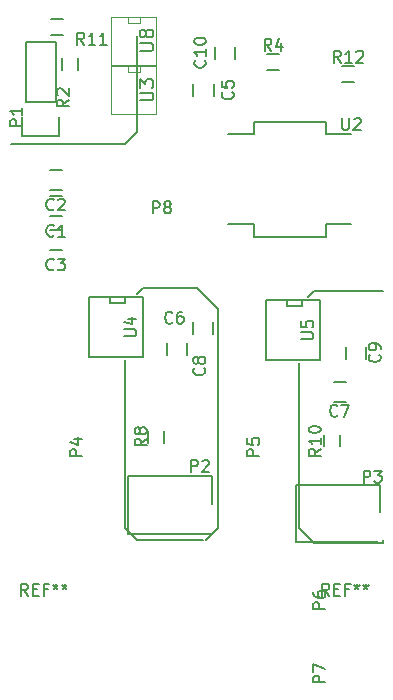
<source format=gto>
%TF.GenerationSoftware,KiCad,Pcbnew,0.201511171411+6319~30~ubuntu15.10.1-product*%
%TF.CreationDate,2015-12-04T10:58:07+01:00*%
%TF.ProjectId,ESC-Base,4553432D426173652E6B696361645F70,rev?*%
%TF.FileFunction,Legend,Top*%
%FSLAX46Y46*%
G04 Gerber Fmt 4.6, Leading zero omitted, Abs format (unit mm)*
G04 Created by KiCad (PCBNEW 0.201511171411+6319~30~ubuntu15.10.1-product) date Fr 04 Dez 2015 10:58:07 CET*
%MOMM*%
G01*
G04 APERTURE LIST*
%ADD10C,0.100000*%
%ADD11C,0.200000*%
%ADD12C,0.150000*%
%ADD13C,0.099060*%
%ADD14C,0.152400*%
G04 APERTURE END LIST*
D10*
D11*
X54356000Y-122936000D02*
X54356000Y-112522000D01*
X54356000Y-126746000D02*
X54356000Y-122936000D01*
X76200000Y-128016000D02*
X76200000Y-127762000D01*
X70358000Y-128016000D02*
X76200000Y-128016000D01*
X69088000Y-126746000D02*
X70358000Y-128016000D01*
X69088000Y-112776000D02*
X69088000Y-126746000D01*
X70358000Y-106680000D02*
X76200000Y-106680000D01*
X69850000Y-107188000D02*
X70358000Y-106680000D01*
X55880000Y-106426000D02*
X55372000Y-106934000D01*
X60452000Y-106426000D02*
X55880000Y-106426000D01*
X62230000Y-108204000D02*
X60452000Y-106426000D01*
X62230000Y-126746000D02*
X62230000Y-108204000D01*
X61214000Y-127762000D02*
X62230000Y-126746000D01*
X55372000Y-127762000D02*
X60960000Y-127762000D01*
X54356000Y-126746000D02*
X55372000Y-127762000D01*
X54356000Y-94234000D02*
X44704000Y-94234000D01*
X55372000Y-93218000D02*
X55372000Y-85090000D01*
X54356000Y-94234000D02*
X55372000Y-93218000D01*
D12*
X75819000Y-127889000D02*
X68961000Y-127889000D01*
X68961000Y-127889000D02*
X68834000Y-127889000D01*
X68834000Y-127889000D02*
X68834000Y-123063000D01*
X68834000Y-123063000D02*
X75946000Y-123063000D01*
X75946000Y-123063000D02*
X75946000Y-125349000D01*
X61722000Y-127254000D02*
X54610000Y-127254000D01*
X54610000Y-127254000D02*
X54610000Y-122301000D01*
X54610000Y-122301000D02*
X61722000Y-122301000D01*
X61722000Y-122301000D02*
X61722000Y-124714000D01*
X48014000Y-100354500D02*
X49014000Y-100354500D01*
X49014000Y-98654500D02*
X48014000Y-98654500D01*
X48014000Y-98132000D02*
X49014000Y-98132000D01*
X49014000Y-96432000D02*
X48014000Y-96432000D01*
X48014000Y-103212000D02*
X49014000Y-103212000D01*
X49014000Y-101512000D02*
X48014000Y-101512000D01*
X61873500Y-90162000D02*
X61873500Y-89162000D01*
X60173500Y-89162000D02*
X60173500Y-90162000D01*
X60110000Y-109291500D02*
X60110000Y-110291500D01*
X61810000Y-110291500D02*
X61810000Y-109291500D01*
X72080500Y-116102500D02*
X73080500Y-116102500D01*
X73080500Y-114402500D02*
X72080500Y-114402500D01*
X57951000Y-111069500D02*
X57951000Y-112069500D01*
X59651000Y-112069500D02*
X59651000Y-111069500D01*
X73064000Y-111387000D02*
X73064000Y-112387000D01*
X74764000Y-112387000D02*
X74764000Y-111387000D01*
X45694000Y-91948000D02*
X45694000Y-93498000D01*
X45694000Y-93498000D02*
X48794000Y-93498000D01*
X48794000Y-93498000D02*
X48794000Y-91948000D01*
X45974000Y-90678000D02*
X45974000Y-85598000D01*
X45974000Y-85598000D02*
X48514000Y-85598000D01*
X48514000Y-85598000D02*
X48514000Y-90678000D01*
X48514000Y-90678000D02*
X45974000Y-90678000D01*
X50395500Y-86939500D02*
X50395500Y-87939500D01*
X49045500Y-87939500D02*
X49045500Y-86939500D01*
X66429000Y-86574000D02*
X67429000Y-86574000D01*
X67429000Y-87924000D02*
X66429000Y-87924000D01*
X57698000Y-118499000D02*
X57698000Y-119499000D01*
X56348000Y-119499000D02*
X56348000Y-118499000D01*
X72557000Y-118816500D02*
X72557000Y-119816500D01*
X71207000Y-119816500D02*
X71207000Y-118816500D01*
X63119000Y-100965000D02*
X65278000Y-100965000D01*
X65278000Y-100965000D02*
X65278000Y-102108000D01*
X65278000Y-102108000D02*
X71374000Y-102108000D01*
X71374000Y-102108000D02*
X71374000Y-100965000D01*
X71374000Y-100965000D02*
X73533000Y-100965000D01*
X65278000Y-92329000D02*
X65278000Y-93345000D01*
X65278000Y-93345000D02*
X63119000Y-93345000D01*
X65278000Y-92329000D02*
X71374000Y-92329000D01*
X71374000Y-92329000D02*
X71374000Y-93345000D01*
X71374000Y-93345000D02*
X73533000Y-93345000D01*
X55880000Y-107188000D02*
X55880000Y-112268000D01*
X55880000Y-112268000D02*
X51308000Y-112268000D01*
X51308000Y-112268000D02*
X51308000Y-107188000D01*
X51308000Y-107188000D02*
X55880000Y-107188000D01*
X54356000Y-107188000D02*
X54356000Y-107696000D01*
X54356000Y-107696000D02*
X53086000Y-107696000D01*
X53086000Y-107696000D02*
X53086000Y-107188000D01*
X70866000Y-107442000D02*
X70866000Y-112522000D01*
X70866000Y-112522000D02*
X66294000Y-112522000D01*
X66294000Y-112522000D02*
X66294000Y-107442000D01*
X66294000Y-107442000D02*
X70866000Y-107442000D01*
X69342000Y-107442000D02*
X69342000Y-107950000D01*
X69342000Y-107950000D02*
X68072000Y-107950000D01*
X68072000Y-107950000D02*
X68072000Y-107442000D01*
D13*
X53213000Y-87630000D02*
X53213000Y-91694000D01*
X57023000Y-87630000D02*
X57023000Y-91694000D01*
X57023000Y-91694000D02*
X53213000Y-91694000D01*
X53340000Y-87630000D02*
X53213000Y-87630000D01*
X57023000Y-87630000D02*
X53340000Y-87630000D01*
X55626000Y-87630000D02*
X55626000Y-88138000D01*
X55626000Y-88138000D02*
X54610000Y-88138000D01*
X54610000Y-88138000D02*
X54610000Y-87630000D01*
D12*
X62015000Y-85987000D02*
X62015000Y-86987000D01*
X63715000Y-86987000D02*
X63715000Y-85987000D01*
X48141000Y-83653000D02*
X49141000Y-83653000D01*
X49141000Y-85003000D02*
X48141000Y-85003000D01*
X72779000Y-87590000D02*
X73779000Y-87590000D01*
X73779000Y-88940000D02*
X72779000Y-88940000D01*
D13*
X53213000Y-83439000D02*
X53213000Y-87503000D01*
X57023000Y-83439000D02*
X57023000Y-87503000D01*
X57023000Y-87503000D02*
X53213000Y-87503000D01*
X53340000Y-83439000D02*
X53213000Y-83439000D01*
X57023000Y-83439000D02*
X53340000Y-83439000D01*
X55626000Y-83439000D02*
X55626000Y-83947000D01*
X55626000Y-83947000D02*
X54610000Y-83947000D01*
X54610000Y-83947000D02*
X54610000Y-83439000D01*
D12*
X65730381Y-120626095D02*
X64730381Y-120626095D01*
X64730381Y-120245142D01*
X64778000Y-120149904D01*
X64825619Y-120102285D01*
X64920857Y-120054666D01*
X65063714Y-120054666D01*
X65158952Y-120102285D01*
X65206571Y-120149904D01*
X65254190Y-120245142D01*
X65254190Y-120626095D01*
X64730381Y-119149904D02*
X64730381Y-119626095D01*
X65206571Y-119673714D01*
X65158952Y-119626095D01*
X65111333Y-119530857D01*
X65111333Y-119292761D01*
X65158952Y-119197523D01*
X65206571Y-119149904D01*
X65301810Y-119102285D01*
X65539905Y-119102285D01*
X65635143Y-119149904D01*
X65682762Y-119197523D01*
X65730381Y-119292761D01*
X65730381Y-119530857D01*
X65682762Y-119626095D01*
X65635143Y-119673714D01*
X50744381Y-120626095D02*
X49744381Y-120626095D01*
X49744381Y-120245142D01*
X49792000Y-120149904D01*
X49839619Y-120102285D01*
X49934857Y-120054666D01*
X50077714Y-120054666D01*
X50172952Y-120102285D01*
X50220571Y-120149904D01*
X50268190Y-120245142D01*
X50268190Y-120626095D01*
X50077714Y-119197523D02*
X50744381Y-119197523D01*
X49696762Y-119435619D02*
X50411048Y-119673714D01*
X50411048Y-119054666D01*
X56729405Y-100083881D02*
X56729405Y-99083881D01*
X57110358Y-99083881D01*
X57205596Y-99131500D01*
X57253215Y-99179119D01*
X57300834Y-99274357D01*
X57300834Y-99417214D01*
X57253215Y-99512452D01*
X57205596Y-99560071D01*
X57110358Y-99607690D01*
X56729405Y-99607690D01*
X57872262Y-99512452D02*
X57777024Y-99464833D01*
X57729405Y-99417214D01*
X57681786Y-99321976D01*
X57681786Y-99274357D01*
X57729405Y-99179119D01*
X57777024Y-99131500D01*
X57872262Y-99083881D01*
X58062739Y-99083881D01*
X58157977Y-99131500D01*
X58205596Y-99179119D01*
X58253215Y-99274357D01*
X58253215Y-99321976D01*
X58205596Y-99417214D01*
X58157977Y-99464833D01*
X58062739Y-99512452D01*
X57872262Y-99512452D01*
X57777024Y-99560071D01*
X57729405Y-99607690D01*
X57681786Y-99702929D01*
X57681786Y-99893405D01*
X57729405Y-99988643D01*
X57777024Y-100036262D01*
X57872262Y-100083881D01*
X58062739Y-100083881D01*
X58157977Y-100036262D01*
X58205596Y-99988643D01*
X58253215Y-99893405D01*
X58253215Y-99702929D01*
X58205596Y-99607690D01*
X58157977Y-99560071D01*
X58062739Y-99512452D01*
X71318381Y-139803095D02*
X70318381Y-139803095D01*
X70318381Y-139422142D01*
X70366000Y-139326904D01*
X70413619Y-139279285D01*
X70508857Y-139231666D01*
X70651714Y-139231666D01*
X70746952Y-139279285D01*
X70794571Y-139326904D01*
X70842190Y-139422142D01*
X70842190Y-139803095D01*
X70318381Y-138898333D02*
X70318381Y-138231666D01*
X71318381Y-138660238D01*
X71318381Y-133580095D02*
X70318381Y-133580095D01*
X70318381Y-133199142D01*
X70366000Y-133103904D01*
X70413619Y-133056285D01*
X70508857Y-133008666D01*
X70651714Y-133008666D01*
X70746952Y-133056285D01*
X70794571Y-133103904D01*
X70842190Y-133199142D01*
X70842190Y-133580095D01*
X70318381Y-132151523D02*
X70318381Y-132342000D01*
X70366000Y-132437238D01*
X70413619Y-132484857D01*
X70556476Y-132580095D01*
X70746952Y-132627714D01*
X71127905Y-132627714D01*
X71223143Y-132580095D01*
X71270762Y-132532476D01*
X71318381Y-132437238D01*
X71318381Y-132246761D01*
X71270762Y-132151523D01*
X71223143Y-132103904D01*
X71127905Y-132056285D01*
X70889810Y-132056285D01*
X70794571Y-132103904D01*
X70746952Y-132151523D01*
X70699333Y-132246761D01*
X70699333Y-132437238D01*
X70746952Y-132532476D01*
X70794571Y-132580095D01*
X70889810Y-132627714D01*
X46166667Y-132451881D02*
X45833333Y-131975690D01*
X45595238Y-132451881D02*
X45595238Y-131451881D01*
X45976191Y-131451881D01*
X46071429Y-131499500D01*
X46119048Y-131547119D01*
X46166667Y-131642357D01*
X46166667Y-131785214D01*
X46119048Y-131880452D01*
X46071429Y-131928071D01*
X45976191Y-131975690D01*
X45595238Y-131975690D01*
X46595238Y-131928071D02*
X46928572Y-131928071D01*
X47071429Y-132451881D02*
X46595238Y-132451881D01*
X46595238Y-131451881D01*
X47071429Y-131451881D01*
X47833334Y-131928071D02*
X47500000Y-131928071D01*
X47500000Y-132451881D02*
X47500000Y-131451881D01*
X47976191Y-131451881D01*
X48500000Y-131451881D02*
X48500000Y-131689976D01*
X48261905Y-131594738D02*
X48500000Y-131689976D01*
X48738096Y-131594738D01*
X48357143Y-131880452D02*
X48500000Y-131689976D01*
X48642858Y-131880452D01*
X49261905Y-131451881D02*
X49261905Y-131689976D01*
X49023810Y-131594738D02*
X49261905Y-131689976D01*
X49500001Y-131594738D01*
X49119048Y-131880452D02*
X49261905Y-131689976D01*
X49404763Y-131880452D01*
X74572905Y-122880381D02*
X74572905Y-121880381D01*
X74953858Y-121880381D01*
X75049096Y-121928000D01*
X75096715Y-121975619D01*
X75144334Y-122070857D01*
X75144334Y-122213714D01*
X75096715Y-122308952D01*
X75049096Y-122356571D01*
X74953858Y-122404190D01*
X74572905Y-122404190D01*
X75477667Y-121880381D02*
X76096715Y-121880381D01*
X75763381Y-122261333D01*
X75906239Y-122261333D01*
X76001477Y-122308952D01*
X76049096Y-122356571D01*
X76096715Y-122451810D01*
X76096715Y-122689905D01*
X76049096Y-122785143D01*
X76001477Y-122832762D01*
X75906239Y-122880381D01*
X75620524Y-122880381D01*
X75525286Y-122832762D01*
X75477667Y-122785143D01*
X59967905Y-121991381D02*
X59967905Y-120991381D01*
X60348858Y-120991381D01*
X60444096Y-121039000D01*
X60491715Y-121086619D01*
X60539334Y-121181857D01*
X60539334Y-121324714D01*
X60491715Y-121419952D01*
X60444096Y-121467571D01*
X60348858Y-121515190D01*
X59967905Y-121515190D01*
X60920286Y-121086619D02*
X60967905Y-121039000D01*
X61063143Y-120991381D01*
X61301239Y-120991381D01*
X61396477Y-121039000D01*
X61444096Y-121086619D01*
X61491715Y-121181857D01*
X61491715Y-121277095D01*
X61444096Y-121419952D01*
X60872667Y-121991381D01*
X61491715Y-121991381D01*
X48347334Y-101961643D02*
X48299715Y-102009262D01*
X48156858Y-102056881D01*
X48061620Y-102056881D01*
X47918762Y-102009262D01*
X47823524Y-101914024D01*
X47775905Y-101818786D01*
X47728286Y-101628310D01*
X47728286Y-101485452D01*
X47775905Y-101294976D01*
X47823524Y-101199738D01*
X47918762Y-101104500D01*
X48061620Y-101056881D01*
X48156858Y-101056881D01*
X48299715Y-101104500D01*
X48347334Y-101152119D01*
X49299715Y-102056881D02*
X48728286Y-102056881D01*
X49014000Y-102056881D02*
X49014000Y-101056881D01*
X48918762Y-101199738D01*
X48823524Y-101294976D01*
X48728286Y-101342595D01*
X48347334Y-99739143D02*
X48299715Y-99786762D01*
X48156858Y-99834381D01*
X48061620Y-99834381D01*
X47918762Y-99786762D01*
X47823524Y-99691524D01*
X47775905Y-99596286D01*
X47728286Y-99405810D01*
X47728286Y-99262952D01*
X47775905Y-99072476D01*
X47823524Y-98977238D01*
X47918762Y-98882000D01*
X48061620Y-98834381D01*
X48156858Y-98834381D01*
X48299715Y-98882000D01*
X48347334Y-98929619D01*
X48728286Y-98929619D02*
X48775905Y-98882000D01*
X48871143Y-98834381D01*
X49109239Y-98834381D01*
X49204477Y-98882000D01*
X49252096Y-98929619D01*
X49299715Y-99024857D01*
X49299715Y-99120095D01*
X49252096Y-99262952D01*
X48680667Y-99834381D01*
X49299715Y-99834381D01*
X48347334Y-104819143D02*
X48299715Y-104866762D01*
X48156858Y-104914381D01*
X48061620Y-104914381D01*
X47918762Y-104866762D01*
X47823524Y-104771524D01*
X47775905Y-104676286D01*
X47728286Y-104485810D01*
X47728286Y-104342952D01*
X47775905Y-104152476D01*
X47823524Y-104057238D01*
X47918762Y-103962000D01*
X48061620Y-103914381D01*
X48156858Y-103914381D01*
X48299715Y-103962000D01*
X48347334Y-104009619D01*
X48680667Y-103914381D02*
X49299715Y-103914381D01*
X48966381Y-104295333D01*
X49109239Y-104295333D01*
X49204477Y-104342952D01*
X49252096Y-104390571D01*
X49299715Y-104485810D01*
X49299715Y-104723905D01*
X49252096Y-104819143D01*
X49204477Y-104866762D01*
X49109239Y-104914381D01*
X48823524Y-104914381D01*
X48728286Y-104866762D01*
X48680667Y-104819143D01*
X63480643Y-89828666D02*
X63528262Y-89876285D01*
X63575881Y-90019142D01*
X63575881Y-90114380D01*
X63528262Y-90257238D01*
X63433024Y-90352476D01*
X63337786Y-90400095D01*
X63147310Y-90447714D01*
X63004452Y-90447714D01*
X62813976Y-90400095D01*
X62718738Y-90352476D01*
X62623500Y-90257238D01*
X62575881Y-90114380D01*
X62575881Y-90019142D01*
X62623500Y-89876285D01*
X62671119Y-89828666D01*
X62575881Y-88923904D02*
X62575881Y-89400095D01*
X63052071Y-89447714D01*
X63004452Y-89400095D01*
X62956833Y-89304857D01*
X62956833Y-89066761D01*
X63004452Y-88971523D01*
X63052071Y-88923904D01*
X63147310Y-88876285D01*
X63385405Y-88876285D01*
X63480643Y-88923904D01*
X63528262Y-88971523D01*
X63575881Y-89066761D01*
X63575881Y-89304857D01*
X63528262Y-89400095D01*
X63480643Y-89447714D01*
X58380334Y-109323143D02*
X58332715Y-109370762D01*
X58189858Y-109418381D01*
X58094620Y-109418381D01*
X57951762Y-109370762D01*
X57856524Y-109275524D01*
X57808905Y-109180286D01*
X57761286Y-108989810D01*
X57761286Y-108846952D01*
X57808905Y-108656476D01*
X57856524Y-108561238D01*
X57951762Y-108466000D01*
X58094620Y-108418381D01*
X58189858Y-108418381D01*
X58332715Y-108466000D01*
X58380334Y-108513619D01*
X59237477Y-108418381D02*
X59047000Y-108418381D01*
X58951762Y-108466000D01*
X58904143Y-108513619D01*
X58808905Y-108656476D01*
X58761286Y-108846952D01*
X58761286Y-109227905D01*
X58808905Y-109323143D01*
X58856524Y-109370762D01*
X58951762Y-109418381D01*
X59142239Y-109418381D01*
X59237477Y-109370762D01*
X59285096Y-109323143D01*
X59332715Y-109227905D01*
X59332715Y-108989810D01*
X59285096Y-108894571D01*
X59237477Y-108846952D01*
X59142239Y-108799333D01*
X58951762Y-108799333D01*
X58856524Y-108846952D01*
X58808905Y-108894571D01*
X58761286Y-108989810D01*
X72350334Y-117197143D02*
X72302715Y-117244762D01*
X72159858Y-117292381D01*
X72064620Y-117292381D01*
X71921762Y-117244762D01*
X71826524Y-117149524D01*
X71778905Y-117054286D01*
X71731286Y-116863810D01*
X71731286Y-116720952D01*
X71778905Y-116530476D01*
X71826524Y-116435238D01*
X71921762Y-116340000D01*
X72064620Y-116292381D01*
X72159858Y-116292381D01*
X72302715Y-116340000D01*
X72350334Y-116387619D01*
X72683667Y-116292381D02*
X73350334Y-116292381D01*
X72921762Y-117292381D01*
X61063143Y-113196666D02*
X61110762Y-113244285D01*
X61158381Y-113387142D01*
X61158381Y-113482380D01*
X61110762Y-113625238D01*
X61015524Y-113720476D01*
X60920286Y-113768095D01*
X60729810Y-113815714D01*
X60586952Y-113815714D01*
X60396476Y-113768095D01*
X60301238Y-113720476D01*
X60206000Y-113625238D01*
X60158381Y-113482380D01*
X60158381Y-113387142D01*
X60206000Y-113244285D01*
X60253619Y-113196666D01*
X60586952Y-112625238D02*
X60539333Y-112720476D01*
X60491714Y-112768095D01*
X60396476Y-112815714D01*
X60348857Y-112815714D01*
X60253619Y-112768095D01*
X60206000Y-112720476D01*
X60158381Y-112625238D01*
X60158381Y-112434761D01*
X60206000Y-112339523D01*
X60253619Y-112291904D01*
X60348857Y-112244285D01*
X60396476Y-112244285D01*
X60491714Y-112291904D01*
X60539333Y-112339523D01*
X60586952Y-112434761D01*
X60586952Y-112625238D01*
X60634571Y-112720476D01*
X60682190Y-112768095D01*
X60777429Y-112815714D01*
X60967905Y-112815714D01*
X61063143Y-112768095D01*
X61110762Y-112720476D01*
X61158381Y-112625238D01*
X61158381Y-112434761D01*
X61110762Y-112339523D01*
X61063143Y-112291904D01*
X60967905Y-112244285D01*
X60777429Y-112244285D01*
X60682190Y-112291904D01*
X60634571Y-112339523D01*
X60586952Y-112434761D01*
X75922143Y-112053666D02*
X75969762Y-112101285D01*
X76017381Y-112244142D01*
X76017381Y-112339380D01*
X75969762Y-112482238D01*
X75874524Y-112577476D01*
X75779286Y-112625095D01*
X75588810Y-112672714D01*
X75445952Y-112672714D01*
X75255476Y-112625095D01*
X75160238Y-112577476D01*
X75065000Y-112482238D01*
X75017381Y-112339380D01*
X75017381Y-112244142D01*
X75065000Y-112101285D01*
X75112619Y-112053666D01*
X76017381Y-111577476D02*
X76017381Y-111387000D01*
X75969762Y-111291761D01*
X75922143Y-111244142D01*
X75779286Y-111148904D01*
X75588810Y-111101285D01*
X75207857Y-111101285D01*
X75112619Y-111148904D01*
X75065000Y-111196523D01*
X75017381Y-111291761D01*
X75017381Y-111482238D01*
X75065000Y-111577476D01*
X75112619Y-111625095D01*
X75207857Y-111672714D01*
X75445952Y-111672714D01*
X75541190Y-111625095D01*
X75588810Y-111577476D01*
X75636429Y-111482238D01*
X75636429Y-111291761D01*
X75588810Y-111196523D01*
X75541190Y-111148904D01*
X75445952Y-111101285D01*
X45664381Y-92686095D02*
X44664381Y-92686095D01*
X44664381Y-92305142D01*
X44712000Y-92209904D01*
X44759619Y-92162285D01*
X44854857Y-92114666D01*
X44997714Y-92114666D01*
X45092952Y-92162285D01*
X45140571Y-92209904D01*
X45188190Y-92305142D01*
X45188190Y-92686095D01*
X45664381Y-91162285D02*
X45664381Y-91733714D01*
X45664381Y-91448000D02*
X44664381Y-91448000D01*
X44807238Y-91543238D01*
X44902476Y-91638476D01*
X44950095Y-91733714D01*
X49601381Y-90463666D02*
X49125190Y-90797000D01*
X49601381Y-91035095D02*
X48601381Y-91035095D01*
X48601381Y-90654142D01*
X48649000Y-90558904D01*
X48696619Y-90511285D01*
X48791857Y-90463666D01*
X48934714Y-90463666D01*
X49029952Y-90511285D01*
X49077571Y-90558904D01*
X49125190Y-90654142D01*
X49125190Y-91035095D01*
X48696619Y-90082714D02*
X48649000Y-90035095D01*
X48601381Y-89939857D01*
X48601381Y-89701761D01*
X48649000Y-89606523D01*
X48696619Y-89558904D01*
X48791857Y-89511285D01*
X48887095Y-89511285D01*
X49029952Y-89558904D01*
X49601381Y-90130333D01*
X49601381Y-89511285D01*
X66762334Y-86304381D02*
X66429000Y-85828190D01*
X66190905Y-86304381D02*
X66190905Y-85304381D01*
X66571858Y-85304381D01*
X66667096Y-85352000D01*
X66714715Y-85399619D01*
X66762334Y-85494857D01*
X66762334Y-85637714D01*
X66714715Y-85732952D01*
X66667096Y-85780571D01*
X66571858Y-85828190D01*
X66190905Y-85828190D01*
X67619477Y-85637714D02*
X67619477Y-86304381D01*
X67381381Y-85256762D02*
X67143286Y-85971048D01*
X67762334Y-85971048D01*
X56205381Y-119165666D02*
X55729190Y-119499000D01*
X56205381Y-119737095D02*
X55205381Y-119737095D01*
X55205381Y-119356142D01*
X55253000Y-119260904D01*
X55300619Y-119213285D01*
X55395857Y-119165666D01*
X55538714Y-119165666D01*
X55633952Y-119213285D01*
X55681571Y-119260904D01*
X55729190Y-119356142D01*
X55729190Y-119737095D01*
X55633952Y-118594238D02*
X55586333Y-118689476D01*
X55538714Y-118737095D01*
X55443476Y-118784714D01*
X55395857Y-118784714D01*
X55300619Y-118737095D01*
X55253000Y-118689476D01*
X55205381Y-118594238D01*
X55205381Y-118403761D01*
X55253000Y-118308523D01*
X55300619Y-118260904D01*
X55395857Y-118213285D01*
X55443476Y-118213285D01*
X55538714Y-118260904D01*
X55586333Y-118308523D01*
X55633952Y-118403761D01*
X55633952Y-118594238D01*
X55681571Y-118689476D01*
X55729190Y-118737095D01*
X55824429Y-118784714D01*
X56014905Y-118784714D01*
X56110143Y-118737095D01*
X56157762Y-118689476D01*
X56205381Y-118594238D01*
X56205381Y-118403761D01*
X56157762Y-118308523D01*
X56110143Y-118260904D01*
X56014905Y-118213285D01*
X55824429Y-118213285D01*
X55729190Y-118260904D01*
X55681571Y-118308523D01*
X55633952Y-118403761D01*
X70937381Y-120022857D02*
X70461190Y-120356191D01*
X70937381Y-120594286D02*
X69937381Y-120594286D01*
X69937381Y-120213333D01*
X69985000Y-120118095D01*
X70032619Y-120070476D01*
X70127857Y-120022857D01*
X70270714Y-120022857D01*
X70365952Y-120070476D01*
X70413571Y-120118095D01*
X70461190Y-120213333D01*
X70461190Y-120594286D01*
X70937381Y-119070476D02*
X70937381Y-119641905D01*
X70937381Y-119356191D02*
X69937381Y-119356191D01*
X70080238Y-119451429D01*
X70175476Y-119546667D01*
X70223095Y-119641905D01*
X69937381Y-118451429D02*
X69937381Y-118356190D01*
X69985000Y-118260952D01*
X70032619Y-118213333D01*
X70127857Y-118165714D01*
X70318333Y-118118095D01*
X70556429Y-118118095D01*
X70746905Y-118165714D01*
X70842143Y-118213333D01*
X70889762Y-118260952D01*
X70937381Y-118356190D01*
X70937381Y-118451429D01*
X70889762Y-118546667D01*
X70842143Y-118594286D01*
X70746905Y-118641905D01*
X70556429Y-118689524D01*
X70318333Y-118689524D01*
X70127857Y-118641905D01*
X70032619Y-118594286D01*
X69985000Y-118546667D01*
X69937381Y-118451429D01*
X72771095Y-92035381D02*
X72771095Y-92844905D01*
X72818714Y-92940143D01*
X72866333Y-92987762D01*
X72961571Y-93035381D01*
X73152048Y-93035381D01*
X73247286Y-92987762D01*
X73294905Y-92940143D01*
X73342524Y-92844905D01*
X73342524Y-92035381D01*
X73771095Y-92130619D02*
X73818714Y-92083000D01*
X73913952Y-92035381D01*
X74152048Y-92035381D01*
X74247286Y-92083000D01*
X74294905Y-92130619D01*
X74342524Y-92225857D01*
X74342524Y-92321095D01*
X74294905Y-92463952D01*
X73723476Y-93035381D01*
X74342524Y-93035381D01*
X54316381Y-110489905D02*
X55125905Y-110489905D01*
X55221143Y-110442286D01*
X55268762Y-110394667D01*
X55316381Y-110299429D01*
X55316381Y-110108952D01*
X55268762Y-110013714D01*
X55221143Y-109966095D01*
X55125905Y-109918476D01*
X54316381Y-109918476D01*
X54649714Y-109013714D02*
X55316381Y-109013714D01*
X54268762Y-109251810D02*
X54983048Y-109489905D01*
X54983048Y-108870857D01*
X69302381Y-110743905D02*
X70111905Y-110743905D01*
X70207143Y-110696286D01*
X70254762Y-110648667D01*
X70302381Y-110553429D01*
X70302381Y-110362952D01*
X70254762Y-110267714D01*
X70207143Y-110220095D01*
X70111905Y-110172476D01*
X69302381Y-110172476D01*
X69302381Y-109220095D02*
X69302381Y-109696286D01*
X69778571Y-109743905D01*
X69730952Y-109696286D01*
X69683333Y-109601048D01*
X69683333Y-109362952D01*
X69730952Y-109267714D01*
X69778571Y-109220095D01*
X69873810Y-109172476D01*
X70111905Y-109172476D01*
X70207143Y-109220095D01*
X70254762Y-109267714D01*
X70302381Y-109362952D01*
X70302381Y-109601048D01*
X70254762Y-109696286D01*
X70207143Y-109743905D01*
D14*
X55635071Y-90532857D02*
X56560357Y-90532857D01*
X56669214Y-90478429D01*
X56723643Y-90424000D01*
X56778071Y-90315143D01*
X56778071Y-90097429D01*
X56723643Y-89988571D01*
X56669214Y-89934143D01*
X56560357Y-89879714D01*
X55635071Y-89879714D01*
X55635071Y-89444285D02*
X55635071Y-88736714D01*
X56070500Y-89117714D01*
X56070500Y-88954428D01*
X56124929Y-88845571D01*
X56179357Y-88791142D01*
X56288214Y-88736714D01*
X56560357Y-88736714D01*
X56669214Y-88791142D01*
X56723643Y-88845571D01*
X56778071Y-88954428D01*
X56778071Y-89281000D01*
X56723643Y-89389857D01*
X56669214Y-89444285D01*
D12*
X61122143Y-87129857D02*
X61169762Y-87177476D01*
X61217381Y-87320333D01*
X61217381Y-87415571D01*
X61169762Y-87558429D01*
X61074524Y-87653667D01*
X60979286Y-87701286D01*
X60788810Y-87748905D01*
X60645952Y-87748905D01*
X60455476Y-87701286D01*
X60360238Y-87653667D01*
X60265000Y-87558429D01*
X60217381Y-87415571D01*
X60217381Y-87320333D01*
X60265000Y-87177476D01*
X60312619Y-87129857D01*
X61217381Y-86177476D02*
X61217381Y-86748905D01*
X61217381Y-86463191D02*
X60217381Y-86463191D01*
X60360238Y-86558429D01*
X60455476Y-86653667D01*
X60503095Y-86748905D01*
X60217381Y-85558429D02*
X60217381Y-85463190D01*
X60265000Y-85367952D01*
X60312619Y-85320333D01*
X60407857Y-85272714D01*
X60598333Y-85225095D01*
X60836429Y-85225095D01*
X61026905Y-85272714D01*
X61122143Y-85320333D01*
X61169762Y-85367952D01*
X61217381Y-85463190D01*
X61217381Y-85558429D01*
X61169762Y-85653667D01*
X61122143Y-85701286D01*
X61026905Y-85748905D01*
X60836429Y-85796524D01*
X60598333Y-85796524D01*
X60407857Y-85748905D01*
X60312619Y-85701286D01*
X60265000Y-85653667D01*
X60217381Y-85558429D01*
X50919143Y-85796381D02*
X50585809Y-85320190D01*
X50347714Y-85796381D02*
X50347714Y-84796381D01*
X50728667Y-84796381D01*
X50823905Y-84844000D01*
X50871524Y-84891619D01*
X50919143Y-84986857D01*
X50919143Y-85129714D01*
X50871524Y-85224952D01*
X50823905Y-85272571D01*
X50728667Y-85320190D01*
X50347714Y-85320190D01*
X51871524Y-85796381D02*
X51300095Y-85796381D01*
X51585809Y-85796381D02*
X51585809Y-84796381D01*
X51490571Y-84939238D01*
X51395333Y-85034476D01*
X51300095Y-85082095D01*
X52823905Y-85796381D02*
X52252476Y-85796381D01*
X52538190Y-85796381D02*
X52538190Y-84796381D01*
X52442952Y-84939238D01*
X52347714Y-85034476D01*
X52252476Y-85082095D01*
X72636143Y-87320381D02*
X72302809Y-86844190D01*
X72064714Y-87320381D02*
X72064714Y-86320381D01*
X72445667Y-86320381D01*
X72540905Y-86368000D01*
X72588524Y-86415619D01*
X72636143Y-86510857D01*
X72636143Y-86653714D01*
X72588524Y-86748952D01*
X72540905Y-86796571D01*
X72445667Y-86844190D01*
X72064714Y-86844190D01*
X73588524Y-87320381D02*
X73017095Y-87320381D01*
X73302809Y-87320381D02*
X73302809Y-86320381D01*
X73207571Y-86463238D01*
X73112333Y-86558476D01*
X73017095Y-86606095D01*
X73969476Y-86415619D02*
X74017095Y-86368000D01*
X74112333Y-86320381D01*
X74350429Y-86320381D01*
X74445667Y-86368000D01*
X74493286Y-86415619D01*
X74540905Y-86510857D01*
X74540905Y-86606095D01*
X74493286Y-86748952D01*
X73921857Y-87320381D01*
X74540905Y-87320381D01*
D14*
X55635071Y-86341857D02*
X56560357Y-86341857D01*
X56669214Y-86287429D01*
X56723643Y-86233000D01*
X56778071Y-86124143D01*
X56778071Y-85906429D01*
X56723643Y-85797571D01*
X56669214Y-85743143D01*
X56560357Y-85688714D01*
X55635071Y-85688714D01*
X56124929Y-84981142D02*
X56070500Y-85090000D01*
X56016071Y-85144428D01*
X55907214Y-85198857D01*
X55852786Y-85198857D01*
X55743929Y-85144428D01*
X55689500Y-85090000D01*
X55635071Y-84981142D01*
X55635071Y-84763428D01*
X55689500Y-84654571D01*
X55743929Y-84600142D01*
X55852786Y-84545714D01*
X55907214Y-84545714D01*
X56016071Y-84600142D01*
X56070500Y-84654571D01*
X56124929Y-84763428D01*
X56124929Y-84981142D01*
X56179357Y-85090000D01*
X56233786Y-85144428D01*
X56342643Y-85198857D01*
X56560357Y-85198857D01*
X56669214Y-85144428D01*
X56723643Y-85090000D01*
X56778071Y-84981142D01*
X56778071Y-84763428D01*
X56723643Y-84654571D01*
X56669214Y-84600142D01*
X56560357Y-84545714D01*
X56342643Y-84545714D01*
X56233786Y-84600142D01*
X56179357Y-84654571D01*
X56124929Y-84763428D01*
D12*
X71666667Y-132451881D02*
X71333333Y-131975690D01*
X71095238Y-132451881D02*
X71095238Y-131451881D01*
X71476191Y-131451881D01*
X71571429Y-131499500D01*
X71619048Y-131547119D01*
X71666667Y-131642357D01*
X71666667Y-131785214D01*
X71619048Y-131880452D01*
X71571429Y-131928071D01*
X71476191Y-131975690D01*
X71095238Y-131975690D01*
X72095238Y-131928071D02*
X72428572Y-131928071D01*
X72571429Y-132451881D02*
X72095238Y-132451881D01*
X72095238Y-131451881D01*
X72571429Y-131451881D01*
X73333334Y-131928071D02*
X73000000Y-131928071D01*
X73000000Y-132451881D02*
X73000000Y-131451881D01*
X73476191Y-131451881D01*
X74000000Y-131451881D02*
X74000000Y-131689976D01*
X73761905Y-131594738D02*
X74000000Y-131689976D01*
X74238096Y-131594738D01*
X73857143Y-131880452D02*
X74000000Y-131689976D01*
X74142858Y-131880452D01*
X74761905Y-131451881D02*
X74761905Y-131689976D01*
X74523810Y-131594738D02*
X74761905Y-131689976D01*
X75000001Y-131594738D01*
X74619048Y-131880452D02*
X74761905Y-131689976D01*
X74904763Y-131880452D01*
M02*

</source>
